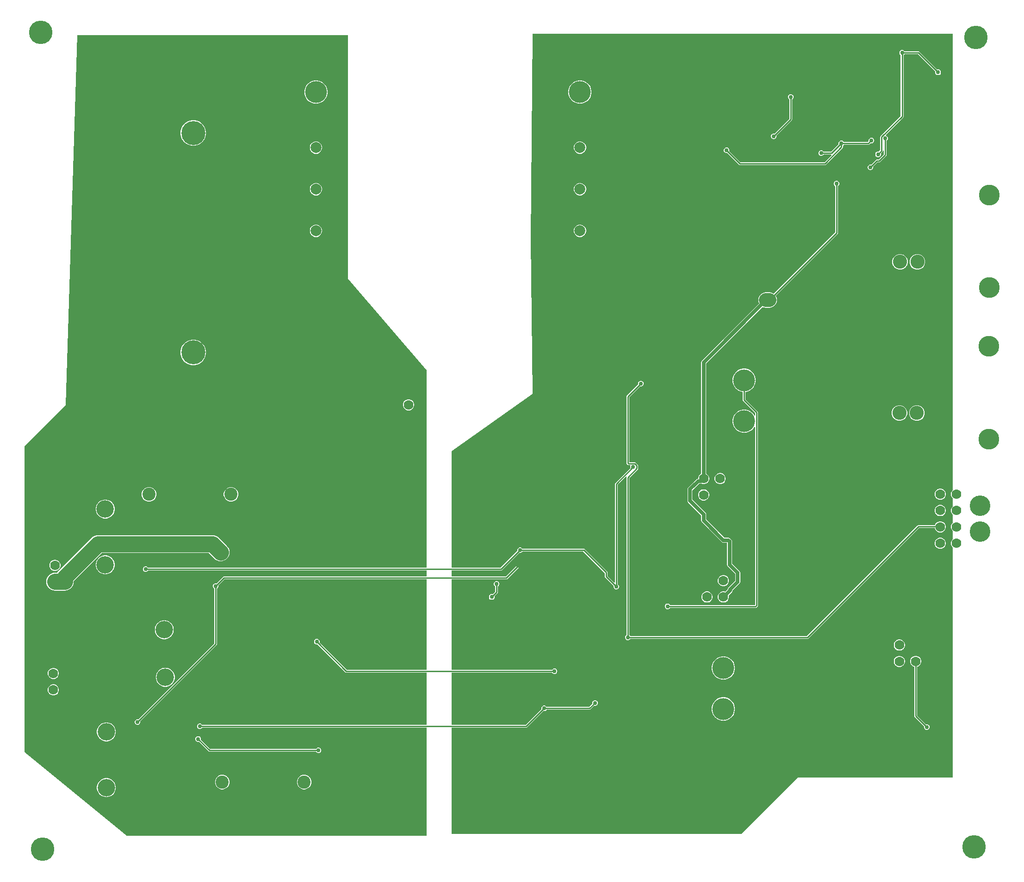
<source format=gbl>
G04*
G04 #@! TF.GenerationSoftware,Altium Limited,Altium Designer,21.7.2 (23)*
G04*
G04 Layer_Physical_Order=2*
G04 Layer_Color=16711680*
%FSLAX25Y25*%
%MOIN*%
G70*
G04*
G04 #@! TF.SameCoordinates,E30EF456-83D5-485C-94B1-8EC378115786*
G04*
G04*
G04 #@! TF.FilePolarity,Positive*
G04*
G01*
G75*
%ADD10C,0.01000*%
%ADD19C,0.03000*%
%ADD78C,0.02500*%
%ADD84C,0.11811*%
%ADD86C,0.10000*%
%ADD92C,0.07000*%
%ADD93C,0.10158*%
%ADD94C,0.15000*%
%ADD95C,0.15748*%
%ADD96C,0.07874*%
%ADD97C,0.12598*%
%ADD98C,0.09449*%
%ADD99C,0.17323*%
%ADD100C,0.14800*%
%ADD101C,0.16929*%
G36*
X241339Y-203150D02*
X297889Y-269291D01*
Y-411579D01*
X97412D01*
X97365Y-411466D01*
X96802Y-410903D01*
X96067Y-410598D01*
X95271D01*
X94536Y-410903D01*
X93974Y-411466D01*
X93669Y-412201D01*
Y-412996D01*
X93974Y-413731D01*
X94536Y-414294D01*
X95271Y-414598D01*
X96067D01*
X96802Y-414294D01*
X97365Y-413731D01*
X97412Y-413618D01*
X297889D01*
Y-417878D01*
X151969D01*
X151578Y-417956D01*
X151248Y-418177D01*
X146574Y-422850D01*
X146461Y-422803D01*
X145665D01*
X144930Y-423108D01*
X144368Y-423670D01*
X144063Y-424405D01*
Y-425201D01*
X144368Y-425936D01*
X144930Y-426499D01*
X145043Y-426546D01*
Y-466113D01*
X90275Y-520882D01*
X90162Y-520835D01*
X89366D01*
X88631Y-521139D01*
X88068Y-521702D01*
X87764Y-522437D01*
Y-523233D01*
X88068Y-523968D01*
X88631Y-524530D01*
X89366Y-524835D01*
X90162D01*
X90897Y-524530D01*
X91459Y-523968D01*
X91764Y-523233D01*
Y-522437D01*
X91717Y-522324D01*
X146784Y-467256D01*
X147005Y-466926D01*
X147083Y-466535D01*
Y-426546D01*
X147196Y-426499D01*
X147758Y-425936D01*
X148063Y-425201D01*
Y-424405D01*
X148016Y-424292D01*
X152391Y-419917D01*
X297889D01*
Y-485201D01*
X240580D01*
X220851Y-465472D01*
X220898Y-465358D01*
Y-464563D01*
X220593Y-463828D01*
X220030Y-463265D01*
X219296Y-462961D01*
X218500D01*
X217765Y-463265D01*
X217202Y-463828D01*
X216898Y-464563D01*
Y-465358D01*
X217202Y-466093D01*
X217765Y-466656D01*
X218500Y-466961D01*
X219296D01*
X219409Y-466914D01*
X239437Y-486941D01*
X239767Y-487162D01*
X240158Y-487240D01*
X297889D01*
Y-524965D01*
X136388D01*
X136341Y-524851D01*
X135779Y-524289D01*
X135044Y-523984D01*
X134248D01*
X133513Y-524289D01*
X132950Y-524851D01*
X132646Y-525586D01*
Y-526382D01*
X132950Y-527117D01*
X133513Y-527680D01*
X134248Y-527984D01*
X135044D01*
X135779Y-527680D01*
X136341Y-527117D01*
X136388Y-527004D01*
X297889D01*
Y-604724D01*
X81890D01*
X8268Y-544488D01*
Y-324016D01*
X38189Y-294094D01*
X46457Y-27559D01*
X241339D01*
Y-203150D01*
D02*
G37*
G36*
X677165Y-31890D02*
Y-53937D01*
Y-66929D01*
Y-355561D01*
X676650Y-356077D01*
X676123Y-356989D01*
X675850Y-358007D01*
Y-359060D01*
X676123Y-360077D01*
X676650Y-360989D01*
X677165Y-361505D01*
Y-367361D01*
X676650Y-367877D01*
X676123Y-368789D01*
X675850Y-369807D01*
Y-370860D01*
X676123Y-371877D01*
X676650Y-372789D01*
X677165Y-373305D01*
Y-379161D01*
X676650Y-379677D01*
X676123Y-380589D01*
X675850Y-381607D01*
Y-382660D01*
X676123Y-383677D01*
X676650Y-384589D01*
X677165Y-385105D01*
Y-390961D01*
X676650Y-391477D01*
X676123Y-392389D01*
X675850Y-393407D01*
Y-394460D01*
X676123Y-395477D01*
X676650Y-396389D01*
X677165Y-396905D01*
Y-441339D01*
Y-465354D01*
Y-562992D01*
X565354D01*
X524803Y-603543D01*
X316142D01*
Y-527004D01*
X369685D01*
X370075Y-526926D01*
X370406Y-526705D01*
X382166Y-514945D01*
X382279Y-514992D01*
X383075D01*
X383810Y-514688D01*
X384373Y-514125D01*
X384420Y-514012D01*
X415354D01*
X415744Y-513934D01*
X416075Y-513713D01*
X418780Y-511008D01*
X418893Y-511055D01*
X419689D01*
X420424Y-510751D01*
X420987Y-510188D01*
X421291Y-509453D01*
Y-508657D01*
X420987Y-507922D01*
X420424Y-507360D01*
X419689Y-507055D01*
X418893D01*
X418158Y-507360D01*
X417596Y-507922D01*
X417291Y-508657D01*
Y-509453D01*
X417338Y-509566D01*
X414932Y-511973D01*
X384420D01*
X384373Y-511859D01*
X383810Y-511297D01*
X383075Y-510992D01*
X382279D01*
X381544Y-511297D01*
X380982Y-511859D01*
X380677Y-512594D01*
Y-513390D01*
X380724Y-513503D01*
X369263Y-524965D01*
X316142D01*
Y-487240D01*
X388415D01*
X388462Y-487353D01*
X389025Y-487916D01*
X389760Y-488221D01*
X390555D01*
X391290Y-487916D01*
X391853Y-487353D01*
X392158Y-486618D01*
Y-485823D01*
X391853Y-485088D01*
X391290Y-484525D01*
X390555Y-484221D01*
X389760D01*
X389025Y-484525D01*
X388462Y-485088D01*
X388415Y-485201D01*
X316142D01*
Y-452362D01*
Y-445669D01*
Y-419917D01*
X355512D01*
X355902Y-419840D01*
X356233Y-419619D01*
X364894Y-410957D01*
X365115Y-410626D01*
X365193Y-410236D01*
X365115Y-409846D01*
X364894Y-409515D01*
X364563Y-409294D01*
X364173Y-409217D01*
X363783Y-409294D01*
X363452Y-409515D01*
X355089Y-417878D01*
X316142D01*
Y-413618D01*
X351575D01*
X351965Y-413540D01*
X352296Y-413319D01*
X364843Y-400772D01*
X364956Y-400819D01*
X365752D01*
X366487Y-400514D01*
X367050Y-399952D01*
X367097Y-399838D01*
X410827D01*
X426347Y-415359D01*
Y-417918D01*
X426425Y-418308D01*
X426646Y-418639D01*
X432693Y-424686D01*
X432646Y-424799D01*
Y-425595D01*
X432950Y-426330D01*
X433513Y-426892D01*
X434248Y-427197D01*
X435043D01*
X435779Y-426892D01*
X436341Y-426330D01*
X436646Y-425595D01*
Y-424799D01*
X436341Y-424064D01*
X435779Y-423501D01*
X435665Y-423454D01*
Y-351603D01*
X441692Y-345576D01*
X442081Y-345895D01*
X441971Y-346059D01*
X441894Y-346449D01*
Y-460069D01*
X441781Y-460115D01*
X441218Y-460678D01*
X440913Y-461413D01*
Y-462209D01*
X441218Y-462944D01*
X441781Y-463507D01*
X442516Y-463811D01*
X443311D01*
X444046Y-463507D01*
X444609Y-462944D01*
X444656Y-462831D01*
X572231D01*
X572621Y-462753D01*
X572952Y-462532D01*
X652725Y-382759D01*
X664077D01*
X664323Y-383677D01*
X664850Y-384589D01*
X665594Y-385334D01*
X666506Y-385860D01*
X667524Y-386133D01*
X668577D01*
X669594Y-385860D01*
X670506Y-385334D01*
X671251Y-384589D01*
X671778Y-383677D01*
X672050Y-382660D01*
Y-381607D01*
X671778Y-380589D01*
X671251Y-379677D01*
X670506Y-378932D01*
X669594Y-378406D01*
X668577Y-378133D01*
X667524D01*
X666506Y-378406D01*
X665594Y-378932D01*
X664850Y-379677D01*
X664323Y-380589D01*
X664288Y-380720D01*
X652302D01*
X651912Y-380797D01*
X651581Y-381018D01*
X571808Y-460791D01*
X444656D01*
X444609Y-460678D01*
X444046Y-460115D01*
X443933Y-460069D01*
Y-346871D01*
X450071Y-340733D01*
X450292Y-340402D01*
X450370Y-340012D01*
Y-337941D01*
X450292Y-337551D01*
X450071Y-337220D01*
X448607Y-335755D01*
X448276Y-335534D01*
X447886Y-335457D01*
X443933D01*
Y-288611D01*
X451851Y-280693D01*
X451964Y-280740D01*
X452760D01*
X453495Y-280436D01*
X454058Y-279873D01*
X454362Y-279138D01*
Y-278342D01*
X454058Y-277607D01*
X453495Y-277045D01*
X452760Y-276740D01*
X451964D01*
X451229Y-277045D01*
X450667Y-277607D01*
X450362Y-278342D01*
Y-279138D01*
X450409Y-279251D01*
X442192Y-287468D01*
X441971Y-287799D01*
X441894Y-288189D01*
Y-335891D01*
X441971Y-336281D01*
X442192Y-336612D01*
X442778Y-337197D01*
X443109Y-337418D01*
X443499Y-337496D01*
X444849D01*
X445092Y-337996D01*
X444850Y-338579D01*
Y-339374D01*
X444897Y-339488D01*
X433925Y-350460D01*
X433704Y-350791D01*
X433626Y-351181D01*
Y-422082D01*
X433164Y-422273D01*
X428386Y-417496D01*
Y-414937D01*
X428309Y-414546D01*
X428088Y-414216D01*
X411970Y-398098D01*
X411639Y-397877D01*
X411249Y-397799D01*
X367097D01*
X367050Y-397686D01*
X366487Y-397123D01*
X365752Y-396819D01*
X364956D01*
X364221Y-397123D01*
X363659Y-397686D01*
X363354Y-398421D01*
Y-399217D01*
X363401Y-399330D01*
X351152Y-411579D01*
X316142D01*
Y-330709D01*
Y-327559D01*
X374410Y-286221D01*
X372886Y-175020D01*
X374410Y-26509D01*
X677165D01*
Y-31890D01*
D02*
G37*
%LPC*%
G36*
X219132Y-60209D02*
X217482D01*
X215864Y-60531D01*
X214340Y-61162D01*
X212969Y-62078D01*
X211803Y-63245D01*
X210886Y-64616D01*
X210255Y-66140D01*
X209933Y-67758D01*
Y-69407D01*
X210255Y-71025D01*
X210886Y-72549D01*
X211803Y-73921D01*
X212969Y-75087D01*
X214340Y-76004D01*
X215864Y-76635D01*
X217482Y-76957D01*
X219132D01*
X220750Y-76635D01*
X222274Y-76004D01*
X223645Y-75087D01*
X224812Y-73921D01*
X225728Y-72549D01*
X226359Y-71025D01*
X226681Y-69407D01*
Y-67758D01*
X226359Y-66140D01*
X225728Y-64616D01*
X224812Y-63245D01*
X223645Y-62078D01*
X222274Y-61162D01*
X220750Y-60531D01*
X219132Y-60209D01*
D02*
G37*
G36*
X130824Y-88870D02*
X129019D01*
X127249Y-89222D01*
X125582Y-89913D01*
X124081Y-90915D01*
X122805Y-92191D01*
X121802Y-93692D01*
X121112Y-95359D01*
X120760Y-97129D01*
Y-98934D01*
X121112Y-100704D01*
X121802Y-102371D01*
X122805Y-103872D01*
X124081Y-105148D01*
X125582Y-106150D01*
X127249Y-106841D01*
X129019Y-107193D01*
X130824D01*
X132594Y-106841D01*
X134261Y-106150D01*
X135761Y-105148D01*
X137037Y-103872D01*
X138040Y-102371D01*
X138731Y-100704D01*
X139083Y-98934D01*
Y-97129D01*
X138731Y-95359D01*
X138040Y-93692D01*
X137037Y-92191D01*
X135761Y-90915D01*
X134261Y-89913D01*
X132594Y-89222D01*
X130824Y-88870D01*
D02*
G37*
G36*
X218891Y-104146D02*
X217723D01*
X216595Y-104448D01*
X215583Y-105032D01*
X214757Y-105858D01*
X214172Y-106870D01*
X213870Y-107999D01*
Y-109167D01*
X214172Y-110295D01*
X214757Y-111307D01*
X215583Y-112133D01*
X216595Y-112717D01*
X217723Y-113020D01*
X218891D01*
X220020Y-112717D01*
X221031Y-112133D01*
X221858Y-111307D01*
X222442Y-110295D01*
X222744Y-109167D01*
Y-107999D01*
X222442Y-106870D01*
X221858Y-105858D01*
X221031Y-105032D01*
X220020Y-104448D01*
X218891Y-104146D01*
D02*
G37*
G36*
Y-134146D02*
X217723D01*
X216595Y-134448D01*
X215583Y-135032D01*
X214757Y-135858D01*
X214172Y-136870D01*
X213870Y-137998D01*
Y-139167D01*
X214172Y-140295D01*
X214757Y-141307D01*
X215583Y-142133D01*
X216595Y-142717D01*
X217723Y-143020D01*
X218891D01*
X220020Y-142717D01*
X221031Y-142133D01*
X221858Y-141307D01*
X222442Y-140295D01*
X222744Y-139167D01*
Y-137998D01*
X222442Y-136870D01*
X221858Y-135858D01*
X221031Y-135032D01*
X220020Y-134448D01*
X218891Y-134146D01*
D02*
G37*
G36*
Y-164146D02*
X217723D01*
X216595Y-164448D01*
X215583Y-165032D01*
X214757Y-165858D01*
X214172Y-166870D01*
X213870Y-167999D01*
Y-169167D01*
X214172Y-170295D01*
X214757Y-171307D01*
X215583Y-172133D01*
X216595Y-172717D01*
X217723Y-173020D01*
X218891D01*
X220020Y-172717D01*
X221031Y-172133D01*
X221858Y-171307D01*
X222442Y-170295D01*
X222744Y-169167D01*
Y-167999D01*
X222442Y-166870D01*
X221858Y-165858D01*
X221031Y-165032D01*
X220020Y-164448D01*
X218891Y-164146D01*
D02*
G37*
G36*
X130824Y-247138D02*
X129019D01*
X127249Y-247490D01*
X125582Y-248181D01*
X124081Y-249183D01*
X122805Y-250459D01*
X121802Y-251960D01*
X121112Y-253627D01*
X120760Y-255397D01*
Y-257202D01*
X121112Y-258972D01*
X121802Y-260639D01*
X122805Y-262139D01*
X124081Y-263415D01*
X125582Y-264418D01*
X127249Y-265109D01*
X129019Y-265461D01*
X130824D01*
X132594Y-265109D01*
X134261Y-264418D01*
X135761Y-263415D01*
X137037Y-262139D01*
X138040Y-260639D01*
X138731Y-258972D01*
X139083Y-257202D01*
Y-255397D01*
X138731Y-253627D01*
X138040Y-251960D01*
X137037Y-250459D01*
X135761Y-249183D01*
X134261Y-248181D01*
X132594Y-247490D01*
X130824Y-247138D01*
D02*
G37*
G36*
X285566Y-290094D02*
X284513D01*
X283495Y-290367D01*
X282583Y-290894D01*
X281839Y-291638D01*
X281312Y-292551D01*
X281039Y-293568D01*
Y-294621D01*
X281312Y-295638D01*
X281839Y-296551D01*
X282583Y-297295D01*
X283495Y-297822D01*
X284513Y-298095D01*
X285566D01*
X286583Y-297822D01*
X287495Y-297295D01*
X288240Y-296551D01*
X288767Y-295638D01*
X289039Y-294621D01*
Y-293568D01*
X288767Y-292551D01*
X288240Y-291638D01*
X287495Y-290894D01*
X286583Y-290367D01*
X285566Y-290094D01*
D02*
G37*
G36*
X157774Y-353437D02*
X156399D01*
X155070Y-353793D01*
X153879Y-354481D01*
X152906Y-355454D01*
X152218Y-356645D01*
X151862Y-357974D01*
Y-359349D01*
X152218Y-360678D01*
X152906Y-361869D01*
X153879Y-362842D01*
X155070Y-363530D01*
X156399Y-363886D01*
X157774D01*
X159103Y-363530D01*
X160294Y-362842D01*
X161267Y-361869D01*
X161955Y-360678D01*
X162311Y-359349D01*
Y-357974D01*
X161955Y-356645D01*
X161267Y-355454D01*
X160294Y-354481D01*
X159103Y-353793D01*
X157774Y-353437D01*
D02*
G37*
G36*
X98719D02*
X97344D01*
X96015Y-353793D01*
X94824Y-354481D01*
X93851Y-355454D01*
X93163Y-356645D01*
X92807Y-357974D01*
Y-359349D01*
X93163Y-360678D01*
X93851Y-361869D01*
X94824Y-362842D01*
X96015Y-363530D01*
X97344Y-363886D01*
X98719D01*
X100048Y-363530D01*
X101239Y-362842D01*
X102212Y-361869D01*
X102900Y-360678D01*
X103256Y-359349D01*
Y-357974D01*
X102900Y-356645D01*
X102212Y-355454D01*
X101239Y-354481D01*
X100048Y-353793D01*
X98719Y-353437D01*
D02*
G37*
G36*
X67205Y-362492D02*
X65866D01*
X64552Y-362753D01*
X63315Y-363266D01*
X62201Y-364010D01*
X61254Y-364957D01*
X60510Y-366071D01*
X59997Y-367308D01*
X59736Y-368622D01*
Y-369961D01*
X59997Y-371275D01*
X60510Y-372512D01*
X61254Y-373626D01*
X62201Y-374573D01*
X63315Y-375317D01*
X64552Y-375829D01*
X65866Y-376091D01*
X67205D01*
X68519Y-375829D01*
X69756Y-375317D01*
X70870Y-374573D01*
X71817Y-373626D01*
X72561Y-372512D01*
X73073Y-371275D01*
X73335Y-369961D01*
Y-368622D01*
X73073Y-367308D01*
X72561Y-366071D01*
X71817Y-364957D01*
X70870Y-364010D01*
X69756Y-363266D01*
X68519Y-362753D01*
X67205Y-362492D01*
D02*
G37*
G36*
X143701Y-388052D02*
X61417D01*
X60162Y-388175D01*
X58954Y-388542D01*
X57841Y-389136D01*
X56866Y-389937D01*
X32850Y-413953D01*
X32050Y-414928D01*
X31895Y-415217D01*
X30315D01*
X29059Y-415341D01*
X27852Y-415707D01*
X26739Y-416302D01*
X25764Y-417102D01*
X24963Y-418078D01*
X24368Y-419190D01*
X24002Y-420398D01*
X23878Y-421654D01*
X24002Y-422909D01*
X24368Y-424117D01*
X24963Y-425230D01*
X25764Y-426205D01*
X26739Y-427005D01*
X27852Y-427600D01*
X29059Y-427966D01*
X30315Y-428090D01*
X37402D01*
X38657Y-427966D01*
X39865Y-427600D01*
X40977Y-427005D01*
X41953Y-426205D01*
X42753Y-425230D01*
X43348Y-424117D01*
X43714Y-422909D01*
X43838Y-421654D01*
Y-421170D01*
X64083Y-400925D01*
X141035D01*
X145055Y-404945D01*
X146030Y-405745D01*
X147143Y-406340D01*
X148351Y-406706D01*
X149606Y-406830D01*
X150862Y-406706D01*
X152069Y-406340D01*
X153182Y-405745D01*
X154158Y-404945D01*
X154958Y-403970D01*
X155553Y-402857D01*
X155919Y-401649D01*
X156043Y-400394D01*
X155919Y-399138D01*
X155553Y-397931D01*
X154958Y-396818D01*
X154158Y-395842D01*
X148252Y-389937D01*
X147277Y-389136D01*
X146164Y-388542D01*
X144957Y-388175D01*
X143701Y-388052D01*
D02*
G37*
G36*
X30842Y-405842D02*
X29788D01*
X28771Y-406115D01*
X27859Y-406642D01*
X27114Y-407386D01*
X26588Y-408299D01*
X26315Y-409316D01*
Y-410369D01*
X26588Y-411386D01*
X27114Y-412299D01*
X27859Y-413043D01*
X28771Y-413570D01*
X29788Y-413842D01*
X30842D01*
X31859Y-413570D01*
X32771Y-413043D01*
X33516Y-412299D01*
X34042Y-411386D01*
X34315Y-410369D01*
Y-409316D01*
X34042Y-408299D01*
X33516Y-407386D01*
X32771Y-406642D01*
X31859Y-406115D01*
X30842Y-405842D01*
D02*
G37*
G36*
X67205Y-402650D02*
X65866D01*
X64552Y-402911D01*
X63315Y-403423D01*
X62201Y-404168D01*
X61254Y-405115D01*
X60510Y-406228D01*
X59997Y-407466D01*
X59736Y-408779D01*
Y-410118D01*
X59997Y-411432D01*
X60510Y-412669D01*
X61254Y-413783D01*
X62201Y-414730D01*
X63315Y-415474D01*
X64552Y-415987D01*
X65866Y-416248D01*
X67205D01*
X68519Y-415987D01*
X69756Y-415474D01*
X70870Y-414730D01*
X71817Y-413783D01*
X72561Y-412669D01*
X73073Y-411432D01*
X73335Y-410118D01*
Y-408779D01*
X73073Y-407466D01*
X72561Y-406228D01*
X71817Y-405115D01*
X70870Y-404168D01*
X69756Y-403423D01*
X68519Y-402911D01*
X67205Y-402650D01*
D02*
G37*
G36*
X109725Y-449500D02*
X108386D01*
X107072Y-449761D01*
X105834Y-450274D01*
X104721Y-451018D01*
X103774Y-451965D01*
X103030Y-453079D01*
X102517Y-454316D01*
X102256Y-455630D01*
Y-456969D01*
X102517Y-458283D01*
X103030Y-459520D01*
X103774Y-460633D01*
X104721Y-461581D01*
X105834Y-462325D01*
X107072Y-462837D01*
X108386Y-463098D01*
X109725D01*
X111038Y-462837D01*
X112276Y-462325D01*
X113389Y-461581D01*
X114336Y-460633D01*
X115080Y-459520D01*
X115593Y-458283D01*
X115854Y-456969D01*
Y-455630D01*
X115593Y-454316D01*
X115080Y-453079D01*
X114336Y-451965D01*
X113389Y-451018D01*
X112276Y-450274D01*
X111038Y-449761D01*
X109725Y-449500D01*
D02*
G37*
G36*
X29660Y-483795D02*
X28607D01*
X27590Y-484068D01*
X26678Y-484594D01*
X25933Y-485339D01*
X25407Y-486251D01*
X25134Y-487269D01*
Y-488322D01*
X25407Y-489339D01*
X25933Y-490251D01*
X26678Y-490996D01*
X27590Y-491523D01*
X28607Y-491795D01*
X29660D01*
X30678Y-491523D01*
X31590Y-490996D01*
X32335Y-490251D01*
X32861Y-489339D01*
X33134Y-488322D01*
Y-487269D01*
X32861Y-486251D01*
X32335Y-485339D01*
X31590Y-484594D01*
X30678Y-484068D01*
X29660Y-483795D01*
D02*
G37*
G36*
X110512Y-483752D02*
X109173D01*
X107859Y-484013D01*
X106622Y-484526D01*
X105508Y-485270D01*
X104561Y-486217D01*
X103817Y-487331D01*
X103305Y-488568D01*
X103043Y-489882D01*
Y-491221D01*
X103305Y-492534D01*
X103817Y-493772D01*
X104561Y-494885D01*
X105508Y-495832D01*
X106622Y-496577D01*
X107859Y-497089D01*
X109173Y-497350D01*
X110512D01*
X111826Y-497089D01*
X113063Y-496577D01*
X114177Y-495832D01*
X115124Y-494885D01*
X115868Y-493772D01*
X116380Y-492534D01*
X116642Y-491221D01*
Y-489882D01*
X116380Y-488568D01*
X115868Y-487331D01*
X115124Y-486217D01*
X114177Y-485270D01*
X113063Y-484526D01*
X111826Y-484013D01*
X110512Y-483752D01*
D02*
G37*
G36*
X29660Y-495606D02*
X28607D01*
X27590Y-495879D01*
X26678Y-496406D01*
X25933Y-497150D01*
X25407Y-498062D01*
X25134Y-499080D01*
Y-500133D01*
X25407Y-501150D01*
X25933Y-502062D01*
X26678Y-502807D01*
X27590Y-503334D01*
X28607Y-503606D01*
X29660D01*
X30678Y-503334D01*
X31590Y-502807D01*
X32335Y-502062D01*
X32861Y-501150D01*
X33134Y-500133D01*
Y-499080D01*
X32861Y-498062D01*
X32335Y-497150D01*
X31590Y-496406D01*
X30678Y-495879D01*
X29660Y-495606D01*
D02*
G37*
G36*
X67993Y-523122D02*
X66653D01*
X65340Y-523383D01*
X64102Y-523896D01*
X62989Y-524640D01*
X62041Y-525587D01*
X61298Y-526701D01*
X60785Y-527938D01*
X60524Y-529252D01*
Y-530591D01*
X60785Y-531905D01*
X61298Y-533142D01*
X62041Y-534256D01*
X62989Y-535203D01*
X64102Y-535947D01*
X65340Y-536459D01*
X66653Y-536721D01*
X67993D01*
X69306Y-536459D01*
X70543Y-535947D01*
X71657Y-535203D01*
X72604Y-534256D01*
X73348Y-533142D01*
X73861Y-531905D01*
X74122Y-530591D01*
Y-529252D01*
X73861Y-527938D01*
X73348Y-526701D01*
X72604Y-525587D01*
X71657Y-524640D01*
X70543Y-523896D01*
X69306Y-523383D01*
X67993Y-523122D01*
D02*
G37*
G36*
X133862Y-533039D02*
X133067D01*
X132332Y-533344D01*
X131769Y-533907D01*
X131465Y-534642D01*
Y-535437D01*
X131769Y-536172D01*
X132332Y-536735D01*
X133067Y-537039D01*
X133862D01*
X133976Y-536992D01*
X141011Y-544028D01*
X141342Y-544249D01*
X141732Y-544327D01*
X218336D01*
X218383Y-544440D01*
X218946Y-545003D01*
X219681Y-545307D01*
X220477D01*
X221212Y-545003D01*
X221774Y-544440D01*
X222079Y-543705D01*
Y-542909D01*
X221774Y-542174D01*
X221212Y-541612D01*
X220477Y-541307D01*
X219681D01*
X218946Y-541612D01*
X218383Y-542174D01*
X218336Y-542287D01*
X142155D01*
X135418Y-535550D01*
X135465Y-535437D01*
Y-534642D01*
X135160Y-533907D01*
X134598Y-533344D01*
X133862Y-533039D01*
D02*
G37*
G36*
X210530Y-560917D02*
X209155D01*
X207826Y-561273D01*
X206635Y-561961D01*
X205662Y-562934D01*
X204974Y-564125D01*
X204618Y-565454D01*
Y-566829D01*
X204974Y-568158D01*
X205662Y-569350D01*
X206635Y-570322D01*
X207826Y-571010D01*
X209155Y-571366D01*
X210530D01*
X211859Y-571010D01*
X213050Y-570322D01*
X214023Y-569350D01*
X214711Y-568158D01*
X215067Y-566829D01*
Y-565454D01*
X214711Y-564125D01*
X214023Y-562934D01*
X213050Y-561961D01*
X211859Y-561273D01*
X210530Y-560917D01*
D02*
G37*
G36*
X151475D02*
X150100D01*
X148771Y-561273D01*
X147580Y-561961D01*
X146607Y-562934D01*
X145919Y-564125D01*
X145563Y-565454D01*
Y-566829D01*
X145919Y-568158D01*
X146607Y-569350D01*
X147580Y-570322D01*
X148771Y-571010D01*
X150100Y-571366D01*
X151475D01*
X152804Y-571010D01*
X153995Y-570322D01*
X154968Y-569350D01*
X155656Y-568158D01*
X156012Y-566829D01*
Y-565454D01*
X155656Y-564125D01*
X154968Y-562934D01*
X153995Y-561961D01*
X152804Y-561273D01*
X151475Y-560917D01*
D02*
G37*
G36*
X67993Y-563279D02*
X66653D01*
X65340Y-563541D01*
X64102Y-564053D01*
X62989Y-564797D01*
X62041Y-565744D01*
X61298Y-566858D01*
X60785Y-568095D01*
X60524Y-569409D01*
Y-570748D01*
X60785Y-572062D01*
X61298Y-573299D01*
X62041Y-574413D01*
X62989Y-575360D01*
X64102Y-576104D01*
X65340Y-576617D01*
X66653Y-576878D01*
X67993D01*
X69306Y-576617D01*
X70543Y-576104D01*
X71657Y-575360D01*
X72604Y-574413D01*
X73348Y-573299D01*
X73861Y-572062D01*
X74122Y-570748D01*
Y-569409D01*
X73861Y-568095D01*
X73348Y-566858D01*
X72604Y-565744D01*
X71657Y-564797D01*
X70543Y-564053D01*
X69306Y-563541D01*
X67993Y-563279D01*
D02*
G37*
G36*
X640949Y-38157D02*
X640153D01*
X639418Y-38462D01*
X638856Y-39025D01*
X638551Y-39760D01*
Y-40555D01*
X638856Y-41290D01*
X639418Y-41853D01*
X639532Y-41900D01*
Y-85806D01*
X625126Y-100212D01*
X624904Y-100543D01*
X624827Y-100933D01*
Y-110345D01*
X623739Y-111433D01*
X623626Y-111386D01*
X622830D01*
X622095Y-111690D01*
X621533Y-112253D01*
X621228Y-112988D01*
Y-113784D01*
X621533Y-114519D01*
X622095Y-115081D01*
X622830Y-115386D01*
X623626D01*
X624361Y-115081D01*
X624924Y-114519D01*
X625228Y-113784D01*
Y-112988D01*
X625181Y-112875D01*
X626567Y-111489D01*
X626788Y-111158D01*
X626827Y-110965D01*
X627327Y-111014D01*
Y-113502D01*
X623660Y-117169D01*
X622363D01*
X621973Y-117246D01*
X621642Y-117467D01*
X618228Y-120882D01*
X618114Y-120835D01*
X617319D01*
X616584Y-121139D01*
X616021Y-121702D01*
X615717Y-122437D01*
Y-123232D01*
X616021Y-123968D01*
X616584Y-124530D01*
X617319Y-124835D01*
X618114D01*
X618849Y-124530D01*
X619412Y-123968D01*
X619717Y-123232D01*
Y-122437D01*
X619670Y-122324D01*
X622785Y-119208D01*
X624083D01*
X624473Y-119130D01*
X624804Y-118909D01*
X629067Y-114646D01*
X629288Y-114315D01*
X629366Y-113925D01*
Y-103711D01*
X629479Y-103664D01*
X630042Y-103101D01*
X630346Y-102366D01*
Y-101571D01*
X630042Y-100836D01*
X629479Y-100273D01*
X628897Y-100032D01*
X628715Y-99507D01*
X641272Y-86949D01*
X641493Y-86618D01*
X641571Y-86228D01*
Y-41900D01*
X641684Y-41853D01*
X642247Y-41290D01*
X642294Y-41177D01*
X651940D01*
X664582Y-53820D01*
X664535Y-53933D01*
Y-54729D01*
X664840Y-55464D01*
X665403Y-56026D01*
X666138Y-56331D01*
X666933D01*
X667668Y-56026D01*
X668231Y-55464D01*
X668535Y-54729D01*
Y-53933D01*
X668231Y-53198D01*
X667668Y-52635D01*
X666933Y-52331D01*
X666138D01*
X666024Y-52378D01*
X653083Y-39437D01*
X652752Y-39215D01*
X652362Y-39138D01*
X642294D01*
X642247Y-39025D01*
X641684Y-38462D01*
X640949Y-38157D01*
D02*
G37*
G36*
X409289Y-60209D02*
X407640D01*
X406022Y-60531D01*
X404498Y-61162D01*
X403126Y-62078D01*
X401960Y-63245D01*
X401044Y-64616D01*
X400412Y-66140D01*
X400091Y-67758D01*
Y-69407D01*
X400412Y-71025D01*
X401044Y-72549D01*
X401960Y-73921D01*
X403126Y-75087D01*
X404498Y-76004D01*
X406022Y-76635D01*
X407640Y-76957D01*
X409289D01*
X410907Y-76635D01*
X412431Y-76004D01*
X413803Y-75087D01*
X414969Y-73921D01*
X415885Y-72549D01*
X416517Y-71025D01*
X416839Y-69407D01*
Y-67758D01*
X416517Y-66140D01*
X415885Y-64616D01*
X414969Y-63245D01*
X413803Y-62078D01*
X412431Y-61162D01*
X410907Y-60531D01*
X409289Y-60209D01*
D02*
G37*
G36*
X560634Y-70047D02*
X559838D01*
X559103Y-70352D01*
X558541Y-70914D01*
X558236Y-71649D01*
Y-72445D01*
X558541Y-73180D01*
X559103Y-73743D01*
X559217Y-73790D01*
Y-87767D01*
X548543Y-98441D01*
X548429Y-98394D01*
X547634D01*
X546899Y-98698D01*
X546336Y-99261D01*
X546032Y-99996D01*
Y-100792D01*
X546336Y-101527D01*
X546899Y-102089D01*
X547634Y-102394D01*
X548429D01*
X549164Y-102089D01*
X549727Y-101527D01*
X550032Y-100792D01*
Y-99996D01*
X549985Y-99883D01*
X560957Y-88910D01*
X561178Y-88579D01*
X561256Y-88189D01*
Y-73790D01*
X561369Y-73743D01*
X561932Y-73180D01*
X562236Y-72445D01*
Y-71649D01*
X561932Y-70914D01*
X561369Y-70352D01*
X560634Y-70047D01*
D02*
G37*
G36*
X618902Y-101543D02*
X618106D01*
X617371Y-101848D01*
X616808Y-102410D01*
X616504Y-103146D01*
Y-103796D01*
X615807Y-104492D01*
X598593D01*
X598546Y-104379D01*
X597983Y-103816D01*
X597248Y-103512D01*
X596453D01*
X595717Y-103816D01*
X595155Y-104379D01*
X594850Y-105114D01*
Y-105910D01*
X594897Y-106023D01*
X589341Y-111579D01*
X584026D01*
X583979Y-111466D01*
X583416Y-110903D01*
X582681Y-110598D01*
X581886D01*
X581151Y-110903D01*
X580588Y-111466D01*
X580283Y-112201D01*
Y-112996D01*
X580588Y-113731D01*
X581151Y-114294D01*
X581886Y-114598D01*
X582681D01*
X583416Y-114294D01*
X583979Y-113731D01*
X584026Y-113618D01*
X589351D01*
X589558Y-114118D01*
X584617Y-119059D01*
X524044D01*
X516126Y-111141D01*
X516173Y-111028D01*
Y-110232D01*
X515869Y-109497D01*
X515306Y-108934D01*
X514571Y-108630D01*
X513775D01*
X513040Y-108934D01*
X512478Y-109497D01*
X512173Y-110232D01*
Y-111028D01*
X512478Y-111763D01*
X513040Y-112325D01*
X513775Y-112630D01*
X514571D01*
X514684Y-112583D01*
X522901Y-120800D01*
X523232Y-121021D01*
X523622Y-121098D01*
X585039D01*
X585430Y-121021D01*
X585760Y-120800D01*
X597571Y-108989D01*
X597792Y-108658D01*
X597870Y-108268D01*
Y-107254D01*
X597983Y-107207D01*
X598546Y-106645D01*
X598593Y-106531D01*
X616230D01*
X616620Y-106454D01*
X616951Y-106233D01*
X617777Y-105407D01*
X618106Y-105543D01*
X618902D01*
X619637Y-105239D01*
X620199Y-104676D01*
X620504Y-103941D01*
Y-103146D01*
X620199Y-102410D01*
X619637Y-101848D01*
X618902Y-101543D01*
D02*
G37*
G36*
X409049Y-104146D02*
X407880D01*
X406752Y-104448D01*
X405740Y-105032D01*
X404914Y-105858D01*
X404330Y-106870D01*
X404028Y-107999D01*
Y-109167D01*
X404330Y-110295D01*
X404914Y-111307D01*
X405740Y-112133D01*
X406752Y-112717D01*
X407880Y-113020D01*
X409049D01*
X410177Y-112717D01*
X411189Y-112133D01*
X412015Y-111307D01*
X412599Y-110295D01*
X412902Y-109167D01*
Y-107999D01*
X412599Y-106870D01*
X412015Y-105858D01*
X411189Y-105032D01*
X410177Y-104448D01*
X409049Y-104146D01*
D02*
G37*
G36*
Y-134146D02*
X407880D01*
X406752Y-134448D01*
X405740Y-135032D01*
X404914Y-135858D01*
X404330Y-136870D01*
X404028Y-137998D01*
Y-139167D01*
X404330Y-140295D01*
X404914Y-141307D01*
X405740Y-142133D01*
X406752Y-142717D01*
X407880Y-143020D01*
X409049D01*
X410177Y-142717D01*
X411189Y-142133D01*
X412015Y-141307D01*
X412599Y-140295D01*
X412902Y-139167D01*
Y-137998D01*
X412599Y-136870D01*
X412015Y-135858D01*
X411189Y-135032D01*
X410177Y-134448D01*
X409049Y-134146D01*
D02*
G37*
G36*
Y-164146D02*
X407880D01*
X406752Y-164448D01*
X405740Y-165032D01*
X404914Y-165858D01*
X404330Y-166870D01*
X404028Y-167999D01*
Y-169167D01*
X404330Y-170295D01*
X404914Y-171307D01*
X405740Y-172133D01*
X406752Y-172717D01*
X407880Y-173020D01*
X409049D01*
X410177Y-172717D01*
X411189Y-172133D01*
X412015Y-171307D01*
X412599Y-170295D01*
X412902Y-169167D01*
Y-167999D01*
X412599Y-166870D01*
X412015Y-165858D01*
X411189Y-165032D01*
X410177Y-164448D01*
X409049Y-164146D01*
D02*
G37*
G36*
X652309Y-185366D02*
X650840D01*
X649422Y-185746D01*
X648149Y-186481D01*
X647111Y-187520D01*
X646376Y-188792D01*
X645996Y-190210D01*
Y-191679D01*
X646376Y-193098D01*
X647111Y-194370D01*
X648149Y-195409D01*
X649422Y-196143D01*
X650840Y-196524D01*
X652309D01*
X653728Y-196143D01*
X655000Y-195409D01*
X656039Y-194370D01*
X656773Y-193098D01*
X657154Y-191679D01*
Y-190210D01*
X656773Y-188792D01*
X656039Y-187520D01*
X655000Y-186481D01*
X653728Y-185746D01*
X652309Y-185366D01*
D02*
G37*
G36*
X639790D02*
X638321D01*
X636902Y-185746D01*
X635630Y-186481D01*
X634591Y-187520D01*
X633856Y-188792D01*
X633476Y-190210D01*
Y-191679D01*
X633856Y-193098D01*
X634591Y-194370D01*
X635630Y-195409D01*
X636902Y-196143D01*
X638321Y-196524D01*
X639790D01*
X641208Y-196143D01*
X642481Y-195409D01*
X643519Y-194370D01*
X644254Y-193098D01*
X644634Y-191679D01*
Y-190210D01*
X644254Y-188792D01*
X643519Y-187520D01*
X642481Y-186481D01*
X641208Y-185746D01*
X639790Y-185366D01*
D02*
G37*
G36*
X593705Y-132646D02*
X592909D01*
X592174Y-132950D01*
X591612Y-133513D01*
X591307Y-134248D01*
Y-135044D01*
X591612Y-135779D01*
X592174Y-136341D01*
X592287Y-136388D01*
Y-169656D01*
X547989Y-213955D01*
X547656Y-213700D01*
X546318Y-213145D01*
X544882Y-212957D01*
X544882Y-212957D01*
X542520D01*
X541084Y-213145D01*
X539746Y-213700D01*
X538597Y-214581D01*
X537715Y-215730D01*
X537161Y-217068D01*
X536972Y-218504D01*
X537161Y-219940D01*
X537571Y-220929D01*
X496387Y-262113D01*
X496000Y-262692D01*
X495864Y-263375D01*
Y-343667D01*
X495193Y-344054D01*
X494448Y-344799D01*
X493921Y-345711D01*
X493649Y-346728D01*
Y-347365D01*
X493546D01*
X492863Y-347501D01*
X492284Y-347888D01*
X492284Y-347888D01*
X486482Y-353691D01*
X486095Y-354269D01*
X485959Y-354952D01*
Y-363158D01*
X486095Y-363841D01*
X486482Y-364420D01*
X495864Y-373803D01*
Y-377570D01*
X496000Y-378253D01*
X496387Y-378832D01*
X510549Y-392994D01*
X510549Y-392994D01*
X511128Y-393381D01*
X511811Y-393517D01*
X514516D01*
Y-409448D01*
X514651Y-410131D01*
X515038Y-410710D01*
X520331Y-416003D01*
Y-421048D01*
X515425Y-425953D01*
X515039Y-426532D01*
X514910Y-427181D01*
X513184Y-428907D01*
X512327Y-428677D01*
X511273D01*
X510256Y-428950D01*
X509344Y-429476D01*
X508599Y-430221D01*
X508073Y-431133D01*
X507800Y-432151D01*
Y-433204D01*
X508073Y-434221D01*
X508599Y-435133D01*
X509344Y-435878D01*
X510256Y-436405D01*
X511273Y-436677D01*
X512327D01*
X513344Y-436405D01*
X514256Y-435878D01*
X515001Y-435133D01*
X515527Y-434221D01*
X515800Y-433204D01*
Y-432151D01*
X515628Y-431509D01*
X517949Y-429189D01*
X517949Y-429189D01*
X518336Y-428610D01*
X518465Y-427960D01*
X523377Y-423048D01*
X523764Y-422470D01*
X523899Y-421787D01*
Y-415264D01*
X523764Y-414581D01*
X523377Y-414002D01*
X523377Y-414002D01*
X518084Y-408709D01*
Y-392678D01*
X518084Y-392678D01*
X517948Y-391995D01*
X517562Y-391416D01*
X517562Y-391416D01*
X516616Y-390471D01*
X516037Y-390084D01*
X515354Y-389948D01*
X512550D01*
X499433Y-376831D01*
Y-373064D01*
X499433Y-373064D01*
X499297Y-372381D01*
X498911Y-371802D01*
X498911Y-371802D01*
X489528Y-362419D01*
Y-355691D01*
X494285Y-350934D01*
X495754D01*
X495952Y-350894D01*
X496105Y-350982D01*
X497122Y-351255D01*
X498175D01*
X499193Y-350982D01*
X500105Y-350456D01*
X500850Y-349711D01*
X501376Y-348799D01*
X501649Y-347782D01*
Y-346728D01*
X501376Y-345711D01*
X500850Y-344799D01*
X500105Y-344054D01*
X499433Y-343667D01*
Y-264114D01*
X540094Y-223452D01*
X541084Y-223862D01*
X542520Y-224051D01*
X544882D01*
X546318Y-223862D01*
X547656Y-223308D01*
X548805Y-222427D01*
X549686Y-221278D01*
X550240Y-219940D01*
X550429Y-218504D01*
X550240Y-217068D01*
X549686Y-215730D01*
X549431Y-215397D01*
X594028Y-170800D01*
X594249Y-170469D01*
X594327Y-170079D01*
Y-136388D01*
X594440Y-136341D01*
X595003Y-135779D01*
X595307Y-135044D01*
Y-134248D01*
X595003Y-133513D01*
X594440Y-132950D01*
X593705Y-132646D01*
D02*
G37*
G36*
X527596Y-268004D02*
X525947D01*
X524329Y-268326D01*
X522805Y-268957D01*
X521433Y-269873D01*
X520267Y-271040D01*
X519351Y-272411D01*
X518719Y-273935D01*
X518398Y-275553D01*
Y-277203D01*
X518719Y-278821D01*
X519351Y-280345D01*
X520267Y-281716D01*
X521433Y-282882D01*
X522805Y-283799D01*
X524329Y-284430D01*
X525752Y-284713D01*
Y-290538D01*
X525830Y-290928D01*
X526051Y-291259D01*
X534626Y-299834D01*
Y-301750D01*
X534126Y-301839D01*
X533276Y-300567D01*
X532110Y-299401D01*
X530738Y-298485D01*
X529214Y-297853D01*
X527596Y-297532D01*
X525947D01*
X524329Y-297853D01*
X522805Y-298485D01*
X521433Y-299401D01*
X520267Y-300567D01*
X519351Y-301939D01*
X518719Y-303463D01*
X518398Y-305081D01*
Y-306730D01*
X518719Y-308348D01*
X519351Y-309872D01*
X520267Y-311244D01*
X521433Y-312410D01*
X522805Y-313327D01*
X524329Y-313958D01*
X525947Y-314280D01*
X527596D01*
X529214Y-313958D01*
X530738Y-313327D01*
X532110Y-312410D01*
X533276Y-311244D01*
X534126Y-309972D01*
X534626Y-310061D01*
Y-438362D01*
X534425Y-438563D01*
X473484D01*
X473349Y-438237D01*
X472786Y-437675D01*
X472051Y-437370D01*
X471256D01*
X470521Y-437675D01*
X469958Y-438237D01*
X469654Y-438972D01*
Y-439768D01*
X469958Y-440503D01*
X470521Y-441066D01*
X471256Y-441370D01*
X472051D01*
X472786Y-441066D01*
X473250Y-440602D01*
X534847D01*
X535238Y-440525D01*
X535568Y-440304D01*
X536367Y-439505D01*
X536588Y-439175D01*
X536665Y-438784D01*
Y-299412D01*
X536588Y-299022D01*
X536367Y-298691D01*
X527791Y-290116D01*
Y-284713D01*
X529214Y-284430D01*
X530738Y-283799D01*
X532110Y-282882D01*
X533276Y-281716D01*
X534193Y-280345D01*
X534824Y-278821D01*
X535146Y-277203D01*
Y-275553D01*
X534824Y-273935D01*
X534193Y-272411D01*
X533276Y-271040D01*
X532110Y-269873D01*
X530738Y-268957D01*
X529214Y-268326D01*
X527596Y-268004D01*
D02*
G37*
G36*
X651916Y-294421D02*
X650447D01*
X649028Y-294801D01*
X647756Y-295536D01*
X646717Y-296575D01*
X645983Y-297847D01*
X645602Y-299266D01*
Y-300734D01*
X645983Y-302153D01*
X646717Y-303425D01*
X647756Y-304464D01*
X649028Y-305199D01*
X650447Y-305579D01*
X651916D01*
X653334Y-305199D01*
X654606Y-304464D01*
X655645Y-303425D01*
X656380Y-302153D01*
X656760Y-300734D01*
Y-299266D01*
X656380Y-297847D01*
X655645Y-296575D01*
X654606Y-295536D01*
X653334Y-294801D01*
X651916Y-294421D01*
D02*
G37*
G36*
X639396D02*
X637927D01*
X636508Y-294801D01*
X635236Y-295536D01*
X634197Y-296575D01*
X633463Y-297847D01*
X633083Y-299266D01*
Y-300734D01*
X633463Y-302153D01*
X634197Y-303425D01*
X635236Y-304464D01*
X636508Y-305199D01*
X637927Y-305579D01*
X639396D01*
X640815Y-305199D01*
X642087Y-304464D01*
X643125Y-303425D01*
X643860Y-302153D01*
X644240Y-300734D01*
Y-299266D01*
X643860Y-297847D01*
X643125Y-296575D01*
X642087Y-295536D01*
X640815Y-294801D01*
X639396Y-294421D01*
D02*
G37*
G36*
X509975Y-343255D02*
X508922D01*
X507905Y-343528D01*
X506993Y-344054D01*
X506248Y-344799D01*
X505721Y-345711D01*
X505449Y-346728D01*
Y-347782D01*
X505721Y-348799D01*
X506248Y-349711D01*
X506993Y-350456D01*
X507905Y-350982D01*
X508922Y-351255D01*
X509975D01*
X510993Y-350982D01*
X511905Y-350456D01*
X512650Y-349711D01*
X513176Y-348799D01*
X513449Y-347782D01*
Y-346728D01*
X513176Y-345711D01*
X512650Y-344799D01*
X511905Y-344054D01*
X510993Y-343528D01*
X509975Y-343255D01*
D02*
G37*
G36*
X668577Y-354533D02*
X667524D01*
X666506Y-354806D01*
X665594Y-355332D01*
X664850Y-356077D01*
X664323Y-356989D01*
X664050Y-358007D01*
Y-359060D01*
X664323Y-360077D01*
X664850Y-360989D01*
X665594Y-361734D01*
X666506Y-362261D01*
X667524Y-362533D01*
X668577D01*
X669594Y-362261D01*
X670506Y-361734D01*
X671251Y-360989D01*
X671778Y-360077D01*
X672050Y-359060D01*
Y-358007D01*
X671778Y-356989D01*
X671251Y-356077D01*
X670506Y-355332D01*
X669594Y-354806D01*
X668577Y-354533D01*
D02*
G37*
G36*
X498175Y-355055D02*
X497122D01*
X496105Y-355328D01*
X495193Y-355854D01*
X494448Y-356599D01*
X493921Y-357511D01*
X493649Y-358528D01*
Y-359582D01*
X493921Y-360599D01*
X494448Y-361511D01*
X495193Y-362256D01*
X496105Y-362783D01*
X497122Y-363055D01*
X498175D01*
X499193Y-362783D01*
X500105Y-362256D01*
X500850Y-361511D01*
X501376Y-360599D01*
X501649Y-359582D01*
Y-358528D01*
X501376Y-357511D01*
X500850Y-356599D01*
X500105Y-355854D01*
X499193Y-355328D01*
X498175Y-355055D01*
D02*
G37*
G36*
X668577Y-366333D02*
X667524D01*
X666506Y-366606D01*
X665594Y-367132D01*
X664850Y-367877D01*
X664323Y-368789D01*
X664050Y-369807D01*
Y-370860D01*
X664323Y-371877D01*
X664850Y-372789D01*
X665594Y-373534D01*
X666506Y-374061D01*
X667524Y-374333D01*
X668577D01*
X669594Y-374061D01*
X670506Y-373534D01*
X671251Y-372789D01*
X671778Y-371877D01*
X672050Y-370860D01*
Y-369807D01*
X671778Y-368789D01*
X671251Y-367877D01*
X670506Y-367132D01*
X669594Y-366606D01*
X668577Y-366333D01*
D02*
G37*
G36*
Y-389933D02*
X667524D01*
X666506Y-390206D01*
X665594Y-390732D01*
X664850Y-391477D01*
X664323Y-392389D01*
X664050Y-393407D01*
Y-394460D01*
X664323Y-395477D01*
X664850Y-396389D01*
X665594Y-397134D01*
X666506Y-397660D01*
X667524Y-397933D01*
X668577D01*
X669594Y-397660D01*
X670506Y-397134D01*
X671251Y-396389D01*
X671778Y-395477D01*
X672050Y-394460D01*
Y-393407D01*
X671778Y-392389D01*
X671251Y-391477D01*
X670506Y-390732D01*
X669594Y-390206D01*
X668577Y-389933D01*
D02*
G37*
G36*
X512327Y-416877D02*
X511273D01*
X510256Y-417150D01*
X509344Y-417676D01*
X508599Y-418421D01*
X508073Y-419333D01*
X507800Y-420351D01*
Y-421404D01*
X508073Y-422421D01*
X508599Y-423333D01*
X509344Y-424078D01*
X510256Y-424605D01*
X511273Y-424877D01*
X512327D01*
X513344Y-424605D01*
X514256Y-424078D01*
X515001Y-423333D01*
X515527Y-422421D01*
X515800Y-421404D01*
Y-420351D01*
X515527Y-419333D01*
X515001Y-418421D01*
X514256Y-417676D01*
X513344Y-417150D01*
X512327Y-416877D01*
D02*
G37*
G36*
X348823Y-421228D02*
X348027D01*
X347292Y-421533D01*
X346730Y-422095D01*
X346425Y-422830D01*
Y-423626D01*
X346730Y-424361D01*
X347292Y-424924D01*
X347406Y-424971D01*
Y-428712D01*
X345393Y-430724D01*
X345280Y-430677D01*
X344484D01*
X343749Y-430982D01*
X343186Y-431544D01*
X342882Y-432279D01*
Y-433075D01*
X343186Y-433810D01*
X343749Y-434373D01*
X344484Y-434677D01*
X345280D01*
X346015Y-434373D01*
X346577Y-433810D01*
X346882Y-433075D01*
Y-432279D01*
X346835Y-432166D01*
X349146Y-429855D01*
X349367Y-429524D01*
X349445Y-429134D01*
Y-424971D01*
X349558Y-424924D01*
X350121Y-424361D01*
X350425Y-423626D01*
Y-422830D01*
X350121Y-422095D01*
X349558Y-421533D01*
X348823Y-421228D01*
D02*
G37*
G36*
X500527Y-428677D02*
X499473D01*
X498456Y-428950D01*
X497544Y-429476D01*
X496799Y-430221D01*
X496273Y-431133D01*
X496000Y-432151D01*
Y-433204D01*
X496273Y-434221D01*
X496799Y-435133D01*
X497544Y-435878D01*
X498456Y-436405D01*
X499473Y-436677D01*
X500527D01*
X501544Y-436405D01*
X502456Y-435878D01*
X503201Y-435133D01*
X503727Y-434221D01*
X504000Y-433204D01*
Y-432151D01*
X503727Y-431133D01*
X503201Y-430221D01*
X502456Y-429476D01*
X501544Y-428950D01*
X500527Y-428677D01*
D02*
G37*
G36*
X639120Y-463323D02*
X638067D01*
X637050Y-463595D01*
X636138Y-464122D01*
X635393Y-464867D01*
X634866Y-465779D01*
X634594Y-466796D01*
Y-467849D01*
X634866Y-468867D01*
X635393Y-469779D01*
X636138Y-470524D01*
X637050Y-471050D01*
X638067Y-471323D01*
X639120D01*
X640138Y-471050D01*
X641050Y-470524D01*
X641794Y-469779D01*
X642321Y-468867D01*
X642594Y-467849D01*
Y-466796D01*
X642321Y-465779D01*
X641794Y-464867D01*
X641050Y-464122D01*
X640138Y-463595D01*
X639120Y-463323D01*
D02*
G37*
G36*
Y-475123D02*
X638067D01*
X637050Y-475395D01*
X636138Y-475922D01*
X635393Y-476667D01*
X634866Y-477579D01*
X634594Y-478596D01*
Y-479649D01*
X634866Y-480667D01*
X635393Y-481579D01*
X636138Y-482324D01*
X637050Y-482850D01*
X638067Y-483123D01*
X639120D01*
X640138Y-482850D01*
X641050Y-482324D01*
X641794Y-481579D01*
X642321Y-480667D01*
X642594Y-479649D01*
Y-478596D01*
X642321Y-477579D01*
X641794Y-476667D01*
X641050Y-475922D01*
X640138Y-475395D01*
X639120Y-475123D01*
D02*
G37*
G36*
X512636Y-475484D02*
X510986D01*
X509368Y-475806D01*
X507844Y-476437D01*
X506473Y-477354D01*
X505306Y-478520D01*
X504390Y-479892D01*
X503759Y-481416D01*
X503437Y-483034D01*
Y-484683D01*
X503759Y-486301D01*
X504390Y-487825D01*
X505306Y-489196D01*
X506473Y-490363D01*
X507844Y-491279D01*
X509368Y-491911D01*
X510986Y-492232D01*
X512636D01*
X514254Y-491911D01*
X515778Y-491279D01*
X517149Y-490363D01*
X518316Y-489196D01*
X519232Y-487825D01*
X519863Y-486301D01*
X520185Y-484683D01*
Y-483034D01*
X519863Y-481416D01*
X519232Y-479892D01*
X518316Y-478520D01*
X517149Y-477354D01*
X515778Y-476437D01*
X514254Y-475806D01*
X512636Y-475484D01*
D02*
G37*
G36*
Y-505012D02*
X510986D01*
X509368Y-505334D01*
X507844Y-505965D01*
X506473Y-506881D01*
X505306Y-508048D01*
X504390Y-509419D01*
X503759Y-510943D01*
X503437Y-512561D01*
Y-514211D01*
X503759Y-515828D01*
X504390Y-517352D01*
X505306Y-518724D01*
X506473Y-519890D01*
X507844Y-520807D01*
X509368Y-521438D01*
X510986Y-521760D01*
X512636D01*
X514254Y-521438D01*
X515778Y-520807D01*
X517149Y-519890D01*
X518316Y-518724D01*
X519232Y-517352D01*
X519863Y-515828D01*
X520185Y-514211D01*
Y-512561D01*
X519863Y-510943D01*
X519232Y-509419D01*
X518316Y-508048D01*
X517149Y-506881D01*
X515778Y-505965D01*
X514254Y-505334D01*
X512636Y-505012D01*
D02*
G37*
G36*
X650920Y-475123D02*
X649867D01*
X648850Y-475395D01*
X647938Y-475922D01*
X647193Y-476667D01*
X646666Y-477579D01*
X646394Y-478596D01*
Y-479649D01*
X646666Y-480667D01*
X647193Y-481579D01*
X647938Y-482324D01*
X648850Y-482850D01*
X649374Y-482991D01*
Y-518504D01*
X649452Y-518894D01*
X649673Y-519225D01*
X656315Y-525867D01*
X656268Y-525980D01*
Y-526776D01*
X656572Y-527511D01*
X657135Y-528074D01*
X657870Y-528378D01*
X658666D01*
X659401Y-528074D01*
X659963Y-527511D01*
X660268Y-526776D01*
Y-525980D01*
X659963Y-525245D01*
X659401Y-524682D01*
X658666Y-524378D01*
X657870D01*
X657757Y-524425D01*
X651413Y-518082D01*
Y-482991D01*
X651938Y-482850D01*
X652850Y-482324D01*
X653594Y-481579D01*
X654121Y-480667D01*
X654394Y-479649D01*
Y-478596D01*
X654121Y-477579D01*
X653594Y-476667D01*
X652850Y-475922D01*
X651938Y-475395D01*
X650920Y-475123D01*
D02*
G37*
%LPD*%
D10*
X622363Y-118188D02*
X624083D01*
X628346Y-113925D01*
X617717Y-122835D02*
X622363Y-118188D01*
X628346Y-113925D02*
Y-101969D01*
X623228Y-113386D02*
X625846Y-110768D01*
Y-100933D01*
X640551Y-40157D02*
X652362D01*
X666535Y-54331D01*
X625846Y-100933D02*
X640551Y-86228D01*
Y-40157D01*
X616230Y-105512D02*
X618198Y-103543D01*
X582283Y-112598D02*
X589764D01*
X596850Y-105512D01*
X365354Y-398819D02*
X411249D01*
X427367Y-417918D02*
X434646Y-425197D01*
X427367Y-417918D02*
Y-414937D01*
X411249Y-398819D02*
X427367Y-414937D01*
X442913Y-335891D02*
Y-288189D01*
Y-335891D02*
X443499Y-336476D01*
X447886D02*
X449350Y-337941D01*
X442913Y-346449D02*
X449350Y-340012D01*
X442913Y-288189D02*
X452362Y-278740D01*
X443499Y-336476D02*
X447886D01*
X449350Y-340012D02*
Y-337941D01*
X442913Y-461811D02*
Y-346449D01*
X434646Y-351181D02*
X446850Y-338976D01*
X434646Y-425197D02*
Y-351181D01*
X95669Y-412598D02*
X351575D01*
X534847Y-439583D02*
X535646Y-438784D01*
X471654Y-439370D02*
X471866Y-439583D01*
X534847D01*
X596850Y-105512D02*
X616230D01*
X593307Y-170079D02*
Y-134646D01*
X544882Y-218504D02*
X593307Y-170079D01*
X348425Y-429134D02*
Y-423228D01*
X344882Y-432677D02*
X348425Y-429134D01*
X355512Y-418898D02*
X364173Y-410236D01*
X151969Y-418898D02*
X355512D01*
X146063Y-424803D02*
X151969Y-418898D01*
X548032Y-100394D02*
X560236Y-88189D01*
Y-72047D01*
X523622Y-120079D02*
X585039D01*
X596850Y-108268D02*
Y-105512D01*
X585039Y-120079D02*
X596850Y-108268D01*
X514173Y-110630D02*
X523622Y-120079D01*
X141732Y-543307D02*
X220079D01*
X133465Y-535039D02*
X141732Y-543307D01*
X146063Y-466535D02*
Y-424803D01*
X89764Y-522835D02*
X146063Y-466535D01*
X134646Y-525984D02*
X369685D01*
X382677Y-512992D01*
X351575Y-412598D02*
X365354Y-398819D01*
X535646Y-438784D02*
Y-299412D01*
X667657Y-381739D02*
X668050Y-382133D01*
X652302Y-381739D02*
X667657D01*
X526772Y-290538D02*
Y-276378D01*
Y-290538D02*
X535646Y-299412D01*
X650394Y-518504D02*
Y-479123D01*
Y-518504D02*
X658268Y-526378D01*
X572231Y-461811D02*
X652302Y-381739D01*
X442913Y-461811D02*
X572231D01*
X382677Y-512992D02*
X415354D01*
X419291Y-509055D01*
X240158Y-486221D02*
X390158D01*
X218898Y-464961D02*
X240158Y-486221D01*
D19*
X617717Y-122835D02*
D03*
X623228Y-113386D02*
D03*
X666535Y-54331D02*
D03*
X618504Y-103543D02*
D03*
X628346Y-101969D02*
D03*
X512992Y-77953D02*
D03*
X461885Y-382366D02*
D03*
X445413Y-318110D02*
D03*
X446850Y-338976D02*
D03*
X448425Y-289370D02*
D03*
X95669Y-412598D02*
D03*
X540945Y-220079D02*
D03*
X541823Y-215445D02*
D03*
X149213Y-396063D02*
D03*
X149606Y-400394D02*
D03*
X146063Y-398819D02*
D03*
X146850Y-403150D02*
D03*
X640551Y-40157D02*
D03*
X344882Y-432677D02*
D03*
X348425Y-423228D02*
D03*
X363779Y-468504D02*
D03*
X548032Y-100394D02*
D03*
X560236Y-72047D02*
D03*
X482283Y-211811D02*
D03*
X582283Y-112598D02*
D03*
X596850Y-105512D02*
D03*
X581496Y-143701D02*
D03*
X593307Y-134646D02*
D03*
X514173Y-110630D02*
D03*
X583465Y-78740D02*
D03*
X542520Y-141732D02*
D03*
X171653Y-455118D02*
D03*
X265354Y-392126D02*
D03*
X133465Y-535039D02*
D03*
X220079Y-543307D02*
D03*
X89764Y-522835D02*
D03*
X146063Y-424803D02*
D03*
X134646Y-525984D02*
D03*
X248425Y-516535D02*
D03*
X206693Y-429528D02*
D03*
X365354Y-398819D02*
D03*
X434646Y-425197D02*
D03*
X471654Y-439370D02*
D03*
X658268Y-526378D02*
D03*
X544882Y-218504D02*
D03*
X452362Y-278740D02*
D03*
X442913Y-461811D02*
D03*
X374803Y-575197D02*
D03*
X382677Y-512992D02*
D03*
X419291Y-509055D02*
D03*
X390158Y-486221D02*
D03*
X218898Y-464961D02*
D03*
X656693Y-503543D02*
D03*
X457874Y-449606D02*
D03*
X561417Y-432283D02*
D03*
X546063Y-360630D02*
D03*
X557874Y-372835D02*
D03*
X517323Y-354331D02*
D03*
X411417Y-311417D02*
D03*
X414173Y-351181D02*
D03*
X383465Y-348031D02*
D03*
X382677Y-379921D02*
D03*
X364173Y-410236D02*
D03*
X400394Y-430709D02*
D03*
X461417Y-521654D02*
D03*
X457480Y-483858D02*
D03*
X405512Y-487008D02*
D03*
X373622Y-516535D02*
D03*
D78*
X511937Y-432677D02*
X516687Y-427927D01*
Y-427215D02*
X522115Y-421787D01*
X516687Y-427927D02*
Y-427215D01*
X511800Y-432677D02*
X511937D01*
X516300Y-409448D02*
Y-392678D01*
X511811Y-391732D02*
X515354D01*
X497649Y-377570D02*
X511811Y-391732D01*
X515354D02*
X516300Y-392678D01*
X497649Y-377570D02*
Y-373064D01*
X487743Y-363158D02*
Y-354952D01*
X495754Y-349150D02*
X497649Y-347255D01*
X493546Y-349150D02*
X495754D01*
X487743Y-363158D02*
X497649Y-373064D01*
X487743Y-354952D02*
X493546Y-349150D01*
X497649Y-263375D02*
X542520Y-218504D01*
X522115Y-421787D02*
Y-415264D01*
X516300Y-409448D02*
X522115Y-415264D01*
X497649Y-347255D02*
Y-263375D01*
D84*
X61417Y-394488D02*
X143701D01*
X37402Y-418504D02*
X61417Y-394488D01*
X37402Y-421654D02*
Y-418504D01*
X143701Y-394488D02*
X149606Y-400394D01*
X30315Y-421654D02*
X37402D01*
D86*
X544882Y-218504D02*
X544882Y-218504D01*
X542520Y-218504D02*
X544882D01*
D92*
X29134Y-499606D02*
D03*
Y-487795D02*
D03*
X497649Y-359055D02*
D03*
Y-347255D02*
D03*
X509449Y-359055D02*
D03*
Y-347255D02*
D03*
X511800Y-420877D02*
D03*
Y-432677D02*
D03*
X500000Y-420877D02*
D03*
Y-432677D02*
D03*
X285039Y-294094D02*
D03*
X273228D02*
D03*
X638594Y-467323D02*
D03*
X650394D02*
D03*
X638594Y-479123D02*
D03*
X650394D02*
D03*
X29921Y-355906D02*
D03*
Y-367717D02*
D03*
X30315Y-421654D02*
D03*
Y-409842D02*
D03*
X668050Y-370333D02*
D03*
Y-358533D02*
D03*
X679850D02*
D03*
Y-370333D02*
D03*
Y-393933D02*
D03*
Y-382133D02*
D03*
X668050D02*
D03*
Y-393933D02*
D03*
D93*
X651575Y-161445D02*
D03*
X639055Y-190945D02*
D03*
Y-161445D02*
D03*
X651575Y-190945D02*
D03*
X651181Y-300000D02*
D03*
X638661Y-270500D02*
D03*
Y-300000D02*
D03*
X651181Y-270500D02*
D03*
D94*
X703268Y-142744D02*
D03*
Y-209646D02*
D03*
X702874Y-318701D02*
D03*
Y-251799D02*
D03*
D95*
X218307Y-68583D02*
D03*
Y-208583D02*
D03*
X408465Y-68583D02*
D03*
Y-208583D02*
D03*
X511811Y-513386D02*
D03*
Y-483858D02*
D03*
X526772Y-276378D02*
D03*
Y-305906D02*
D03*
D96*
X218307Y-108583D02*
D03*
Y-138583D02*
D03*
Y-168583D02*
D03*
X408465Y-108583D02*
D03*
Y-138583D02*
D03*
Y-168583D02*
D03*
D97*
X109843Y-490551D02*
D03*
X69685D02*
D03*
X66535Y-409449D02*
D03*
Y-369291D02*
D03*
X67323Y-529921D02*
D03*
Y-570079D02*
D03*
X109055Y-456299D02*
D03*
X68898D02*
D03*
D98*
X157087Y-358661D02*
D03*
X98032D02*
D03*
X150787Y-566142D02*
D03*
X209842D02*
D03*
D99*
X90551Y-98032D02*
D03*
X129921D02*
D03*
X90551Y-256299D02*
D03*
X129921D02*
D03*
D100*
X696850Y-366933D02*
D03*
Y-385433D02*
D03*
D101*
X21260Y-614567D02*
D03*
X692520Y-612992D02*
D03*
X20079Y-25591D02*
D03*
X693701Y-29134D02*
D03*
M02*

</source>
